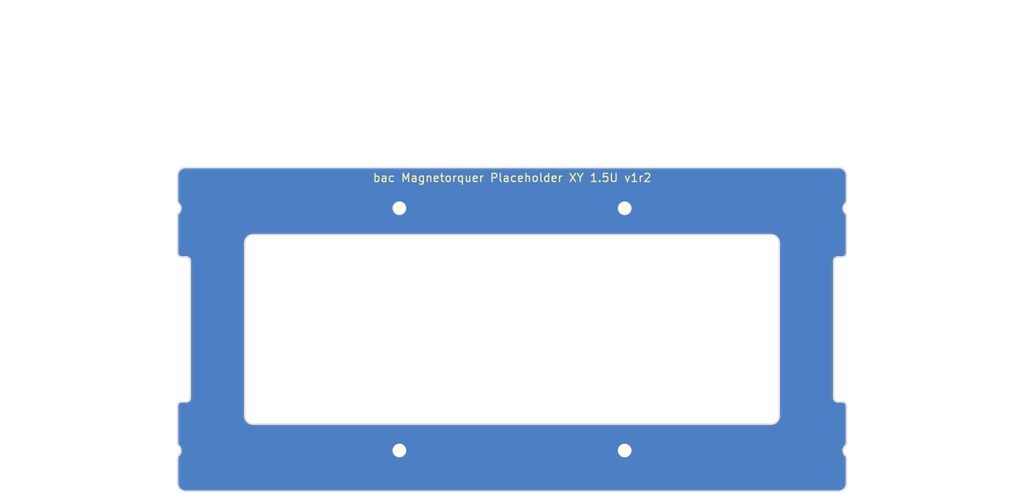
<source format=kicad_pcb>
(kicad_pcb (version 20240108) (generator "pcbnew") (generator_version "8.0")
  (title_block (title "bac Magnetorquer Placeholder XY 1.5U v1") (date "2025-03-20") (rev "2") (company "Build a CubeSat") (comment 1 "Manuel Imboden") (comment 2 "CC BY-SA 4.0") (comment 3 "https://buildacubesat.space"))
  (layers (0 "F.Cu" signal) (31 "B.Cu" mixed) (34 "B.Paste" user) (35 "F.Paste" user) (36 "B.SilkS" user "B.Silkscreen") (37 "F.SilkS" user "F.Silkscreen") (38 "B.Mask" user) (39 "F.Mask" user) (44 "Edge.Cuts" user))
  (net 0 "")
  (net 1 "GND")
  (footprint "MountingHole:MountingHole_3.2mm_M3_ISO14580_Pad_TopBottom" (layer "F.Cu") (at 177.5 70.4)
    (property "Reference" "H101" (hide yes))
    (property "Value" "MountingHole_Pad")
    (pad "1" thru_hole circle (at 0 0) (size 3.6 3.6) (drill 3.2) (layers "*.Cu" "*.Mask" "In1.Cu" "In2.Cu" "In3.Cu" "In4.Cu" "In5.Cu" "In6.Cu" "In7.Cu" "In8.Cu" "In9.Cu" "In10.Cu" "In11.Cu" "In12.Cu" "In13.Cu" "In14.Cu" "In15.Cu" "In16.Cu" "In17.Cu" "In18.Cu" "In19.Cu" "In20.Cu" "In21.Cu" "In22.Cu" "In23.Cu" "In24.Cu" "In25.Cu" "In26.Cu" "In27.Cu" "In28.Cu" "In29.Cu" "In30.Cu") (net 1 "GND"))
    (pad "1" connect circle (at 0 0) (size 5.5 5.5) (layers "F.Cu" "F.Mask") (net 1 "GND"))
    (pad "1" connect circle (at 0 0) (size 5.5 5.5) (layers "B.Cu" "B.Mask") (net 1 "GND"))
  )
  (footprint "MountingHole:MountingHole_3.2mm_M3_ISO14580_Pad_TopBottom" (layer "F.Cu") (at 122.5 70.35)
    (property "Reference" "H103" (hide yes))
    (property "Value" "MountingHole_Pad")
    (pad "1" thru_hole circle (at 0 0) (size 3.6 3.6) (drill 3.2) (layers "*.Cu" "*.Mask" "In1.Cu" "In2.Cu" "In3.Cu" "In4.Cu" "In5.Cu" "In6.Cu" "In7.Cu" "In8.Cu" "In9.Cu" "In10.Cu" "In11.Cu" "In12.Cu" "In13.Cu" "In14.Cu" "In15.Cu" "In16.Cu" "In17.Cu" "In18.Cu" "In19.Cu" "In20.Cu" "In21.Cu" "In22.Cu" "In23.Cu" "In24.Cu" "In25.Cu" "In26.Cu" "In27.Cu" "In28.Cu" "In29.Cu" "In30.Cu") (net 1 "GND"))
    (pad "1" connect circle (at 0 0) (size 5.5 5.5) (layers "F.Cu" "F.Mask") (net 1 "GND"))
    (pad "1" connect circle (at 0 0) (size 5.5 5.5) (layers "B.Cu" "B.Mask") (net 1 "GND"))
  )
  (footprint "MountingHole:MountingHole_3.2mm_M3_ISO14580_Pad_TopBottom" (layer "F.Cu") (at 122.5 129.55)
    (property "Reference" "H104" (hide yes))
    (property "Value" "MountingHole_Pad")
    (pad "1" thru_hole circle (at 0 0) (size 3.6 3.6) (drill 3.2) (layers "*.Cu" "*.Mask" "In1.Cu" "In2.Cu" "In3.Cu" "In4.Cu" "In5.Cu" "In6.Cu" "In7.Cu" "In8.Cu" "In9.Cu" "In10.Cu" "In11.Cu" "In12.Cu" "In13.Cu" "In14.Cu" "In15.Cu" "In16.Cu" "In17.Cu" "In18.Cu" "In19.Cu" "In20.Cu" "In21.Cu" "In22.Cu" "In23.Cu" "In24.Cu" "In25.Cu" "In26.Cu" "In27.Cu" "In28.Cu" "In29.Cu" "In30.Cu") (net 1 "GND"))
    (pad "1" connect circle (at 0 0) (size 5.5 5.5) (layers "F.Cu" "F.Mask") (net 1 "GND"))
    (pad "1" connect circle (at 0 0) (size 5.5 5.5) (layers "B.Cu" "B.Mask") (net 1 "GND"))
  )
  (footprint "MountingHole:MountingHole_3.2mm_M3_ISO14580_Pad_TopBottom" (layer "F.Cu") (at 177.5 129.6)
    (property "Reference" "H102" (hide yes))
    (property "Value" "MountingHole_Pad")
    (pad "1" thru_hole circle (at 0 0) (size 3.6 3.6) (drill 3.2) (layers "*.Cu" "*.Mask" "In1.Cu" "In2.Cu" "In3.Cu" "In4.Cu" "In5.Cu" "In6.Cu" "In7.Cu" "In8.Cu" "In9.Cu" "In10.Cu" "In11.Cu" "In12.Cu" "In13.Cu" "In14.Cu" "In15.Cu" "In16.Cu" "In17.Cu" "In18.Cu" "In19.Cu" "In20.Cu" "In21.Cu" "In22.Cu" "In23.Cu" "In24.Cu" "In25.Cu" "In26.Cu" "In27.Cu" "In28.Cu" "In29.Cu" "In30.Cu") (net 1 "GND"))
    (pad "1" connect circle (at 0 0) (size 5.5 5.5) (layers "F.Cu" "F.Mask") (net 1 "GND"))
    (pad "1" connect circle (at 0 0) (size 5.5 5.5) (layers "B.Cu" "B.Mask") (net 1 "GND"))
  )
  (gr_line (start 70.428848 117.66) (end 69.299999 117.66) (stroke (width 0.2)) (layer "Edge.Cuts"))
  (gr_arc (start 68.3 62.4) (mid 68.885786 60.985786) (end 70.3 60.4) (stroke (width 0.2)) (layer "Edge.Cuts"))
  (gr_arc (start 68.607692 69.245436) (mid 68.380123 68.916069) (end 68.3 68.523835) (stroke (width 0.2)) (layer "Edge.Cuts"))
  (gr_arc (start 68.3 72.2762) (mid 68.380145 71.883942) (end 68.607692 71.554564) (stroke (width 0.2)) (layer "Edge.Cuts"))
  (gr_arc (start 68.3 118.659999) (mid 68.592893 117.952893) (end 69.299999 117.66) (stroke (width 0.2)) (layer "Edge.Cuts"))
  (gr_line (start 231.7 81.339999) (end 231.7 72.276166) (stroke (width 0.2)) (layer "Edge.Cuts"))
  (gr_arc (start 68.607692 128.445436) (mid 68.380134 128.116066) (end 68.3 127.723833) (stroke (width 0.2)) (layer "Edge.Cuts"))
  (gr_line (start 231.7 68.523801) (end 231.7 62.4) (stroke (width 0.2)) (layer "Edge.Cuts"))
  (gr_line (start 68.3 72.2762) (end 68.3 81.339999) (stroke (width 0.2)) (layer "Edge.Cuts"))
  (gr_arc (start 86.799998 123.100001) (mid 85.385787 122.514214) (end 84.799999 121.100002) (stroke (width 0.2)) (layer "Edge.Cuts"))
  (gr_circle (center 177.5 129.6) (end 177.5 127.999999) (stroke (width 0.2)) (fill none) (layer "Edge.Cuts"))
  (gr_arc (start 215.2 121.100001) (mid 214.614213 122.514214) (end 213.200002 123.100001) (stroke (width 0.2)) (layer "Edge.Cuts"))
  (gr_line (start 215.2 78.9) (end 215.2 121.100001) (stroke (width 0.2)) (layer "Edge.Cuts"))
  (gr_circle (center 122.5 70.4) (end 122.5 68.8) (stroke (width 0.2)) (fill none) (layer "Edge.Cuts"))
  (gr_circle (center 122.5 129.6) (end 122.5 127.999999) (stroke (width 0.2)) (fill none) (layer "Edge.Cuts"))
  (gr_arc (start 68.3 131.476167) (mid 68.380134 131.083934) (end 68.607692 130.754564) (stroke (width 0.2)) (layer "Edge.Cuts"))
  (gr_arc (start 70.299999 139.6) (mid 68.885786 139.014214) (end 68.3 137.600001) (stroke (width 0.2)) (layer "Edge.Cuts"))
  (gr_line (start 68.3 131.476167) (end 68.3 137.600001) (stroke (width 0.2)) (layer "Edge.Cuts"))
  (gr_line (start 230.700002 117.66) (end 229.571152 117.66) (stroke (width 0.2)) (layer "Edge.Cuts"))
  (gr_arc (start 231.7 137.600001) (mid 231.114214 139.014214) (end 229.700001 139.6) (stroke (width 0.2)) (layer "Edge.Cuts"))
  (gr_arc (start 213.2 76.9) (mid 214.614213 77.485786) (end 215.2 78.9) (stroke (width 0.2)) (layer "Edge.Cuts"))
  (gr_line (start 231.7 137.600001) (end 231.7 131.476167) (stroke (width 0.2)) (layer "Edge.Cuts"))
  (gr_line (start 70.299999 139.6) (end 229.700001 139.6) (stroke (width 0.2)) (layer "Edge.Cuts"))
  (gr_arc (start 230.700002 117.66) (mid 231.407107 117.952893) (end 231.7 118.659998) (stroke (width 0.2)) (layer "Edge.Cuts"))
  (gr_line (start 231.7 127.723833) (end 231.7 118.659998) (stroke (width 0.2)) (layer "Edge.Cuts"))
  (gr_arc (start 229.571152 117.66) (mid 228.864043 117.367106) (end 228.571149 116.659997) (stroke (width 0.2)) (layer "Edge.Cuts"))
  (gr_arc (start 231.392308 130.754564) (mid 231.619866 131.083934) (end 231.699999 131.476167) (stroke (width 0.2)) (layer "Edge.Cuts"))
  (gr_arc (start 231.7 127.723833) (mid 231.619866 128.116066) (end 231.392308 128.445436) (stroke (width 0.2)) (layer "Edge.Cuts"))
  (gr_arc (start 231.392308 71.554564) (mid 231.619878 71.883932) (end 231.7 72.276166) (stroke (width 0.2)) (layer "Edge.Cuts"))
  (gr_arc (start 68.607692 128.445436) (mid 69.1 129.6) (end 68.607692 130.754564) (stroke (width 0.2)) (layer "Edge.Cuts"))
  (gr_line (start 84.799999 121.100002) (end 84.8 78.9) (stroke (width 0.2)) (layer "Edge.Cuts"))
  (gr_circle (center 177.5 70.4) (end 177.5 68.8) (stroke (width 0.2)) (fill none) (layer "Edge.Cuts"))
  (gr_line (start 213.200002 123.100001) (end 86.799998 123.100001) (stroke (width 0.2)) (layer "Edge.Cuts"))
  (gr_arc (start 231.7 81.339999) (mid 231.407107 82.047107) (end 230.7 82.34) (stroke (width 0.2)) (layer "Edge.Cuts"))
  (gr_line (start 229.571149 82.34) (end 230.7 82.34) (stroke (width 0.2)) (layer "Edge.Cuts"))
  (gr_arc (start 231.7 68.523801) (mid 231.619855 68.916058) (end 231.392308 69.245436) (stroke (width 0.2)) (layer "Edge.Cuts"))
  (gr_arc (start 69.3 82.34) (mid 68.592893 82.047107) (end 68.3 81.339999) (stroke (width 0.2)) (layer "Edge.Cuts"))
  (gr_line (start 68.3 118.659999) (end 68.3 127.723833) (stroke (width 0.2)) (layer "Edge.Cuts"))
  (gr_line (start 229.7 60.4) (end 70.3 60.4) (stroke (width 0.2)) (layer "Edge.Cuts"))
  (gr_arc (start 228.571149 83.34) (mid 228.864042 82.632893) (end 229.571149 82.34) (stroke (width 0.2)) (layer "Edge.Cuts"))
  (gr_arc (start 229.7 60.4) (mid 231.114214 60.985786) (end 231.7 62.4) (stroke (width 0.2)) (layer "Edge.Cuts"))
  (gr_arc (start 71.428851 116.659997) (mid 71.135957 117.367106) (end 70.428848 117.66) (stroke (width 0.2)) (layer "Edge.Cuts"))
  (gr_line (start 71.428851 83.33992) (end 71.428851 116.659997) (stroke (width 0.2)) (layer "Edge.Cuts"))
  (gr_line (start 68.3 62.4) (end 68.3 68.523835) (stroke (width 0.2)) (layer "Edge.Cuts"))
  (gr_arc (start 70.42893 82.34) (mid 71.135989 82.632876) (end 71.428851 83.33992) (stroke (width 0.2)) (layer "Edge.Cuts"))
  (gr_line (start 69.3 82.34) (end 70.42893 82.34) (stroke (width 0.2)) (layer "Edge.Cuts"))
  (gr_arc (start 68.607692 69.245436) (mid 69.1 70.4) (end 68.607692 71.554564) (stroke (width 0.2)) (layer "Edge.Cuts"))
  (gr_arc (start 231.392308 71.554564) (mid 230.9 70.4) (end 231.392308 69.245436) (stroke (width 0.2)) (layer "Edge.Cuts"))
  (gr_line (start 231.699999 131.476167) (end 231.7 131.476167) (stroke (width 0.2)) (layer "Edge.Cuts"))
  (gr_arc (start 84.8 78.9) (mid 85.385787 77.485786) (end 86.8 76.9) (stroke (width 0.2)) (layer "Edge.Cuts"))
  (gr_line (start 86.8 76.9) (end 213.2 76.9) (stroke (width 0.2)) (layer "Edge.Cuts"))
  (gr_line (start 228.571149 116.659997) (end 228.571149 83.34) (stroke (width 0.2)) (layer "Edge.Cuts"))
  (gr_arc (start 231.392308 130.754564) (mid 230.9 129.6) (end 231.392308 128.445436) (stroke (width 0.2)) (layer "Edge.Cuts"))
  (gr_text "${TITLE}r${REVISION}" (at 150.025 62.95 0) (layer "F.SilkS") (effects (font (size 2 2) (thickness 0.3))))
  (zone (net 1) (net_name "GND") (layers "F.Cu" "B.Cu") (name "GND") (connect_pads yes (clearance 0)) (min_thickness 0.25) (fill yes (thermal_gap 0.5) (thermal_bridge_width 0.5) (smoothing fillet) (radius 1) (island_removal_mode 1) (island_area_min 10))
    (polygon (pts (xy 40 60) (xy 259.5 60) (xy 259.5 140) (xy 40.5 140) (xy 40 139.5)))
  )
)
</source>
